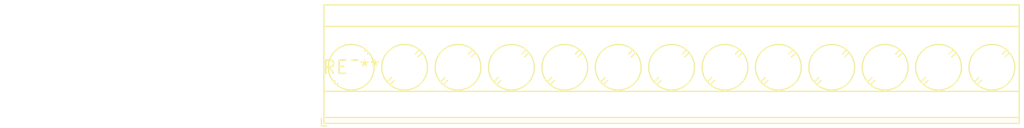
<source format=kicad_pcb>
(kicad_pcb (version 20240108) (generator pcbnew)
  (layers (0 "F.Cu" signal) (31 "B.Cu" signal) (34 "B.Paste" user) (35 "F.Paste" user) (36 "B.SilkS" user "B.Silkscreen") (37 "F.SilkS" user "F.Silkscreen") (38 "B.Mask" user) (39 "F.Mask" user) (44 "Edge.Cuts" user))
  (net 0 "")
  (footprint "TerminalBlock_Phoenix_MKDS-3-13-5.08_1x13_P5.08mm_Horizontal" (layer "F.Cu") (at 0 0)
    (property "Reference" "REF**")
    (property "Value" "TerminalBlock_Phoenix_MKDS-3-13-5.08_1x13_P5.08mm_Horizontal")
    (fp_line (start -2.84 4.86) (end -2.84 5.6) (layer "F.SilkS") (stroke (width 0.12)))
    (fp_line (start -2.84 5.6) (end -2.34 5.6) (layer "F.SilkS") (stroke (width 0.12)))
    (fp_line (start -2.6 -5.96) (end -2.6 5.36) (layer "F.SilkS") (stroke (width 0.12)))
    (fp_line (start -2.6 -5.96) (end 63.561 -5.96) (layer "F.SilkS") (stroke (width 0.12)))
    (fp_line (start -2.6 -3.9) (end 63.561 -3.9) (layer "F.SilkS") (stroke (width 0.12)))
    (fp_line (start -2.6 2.3) (end 63.561 2.3) (layer "F.SilkS") (stroke (width 0.12)))
    (fp_line (start -2.6 4.8) (end 63.561 4.8) (layer "F.SilkS") (stroke (width 0.12)))
    (fp_line (start -2.6 5.36) (end 63.561 5.36) (layer "F.SilkS") (stroke (width 0.12)))
    (fp_line (start -1.548 1.281) (end -1.654 1.388) (layer "F.SilkS") (stroke (width 0.12)))
    (fp_line (start -1.282 1.547) (end -1.388 1.654) (layer "F.SilkS") (stroke (width 0.12)))
    (fp_line (start 1.388 -1.654) (end 1.281 -1.547) (layer "F.SilkS") (stroke (width 0.12)))
    (fp_line (start 1.654 -1.388) (end 1.547 -1.281) (layer "F.SilkS") (stroke (width 0.12)))
    (fp_line (start 3.822 0.992) (end 3.427 1.388) (layer "F.SilkS") (stroke (width 0.12)))
    (fp_line (start 4.073 1.274) (end 3.693 1.654) (layer "F.SilkS") (stroke (width 0.12)))
    (fp_line (start 6.468 -1.654) (end 6.088 -1.274) (layer "F.SilkS") (stroke (width 0.12)))
    (fp_line (start 6.734 -1.388) (end 6.339 -0.992) (layer "F.SilkS") (stroke (width 0.12)))
    (fp_line (start 8.902 0.992) (end 8.507 1.388) (layer "F.SilkS") (stroke (width 0.12)))
    (fp_line (start 9.153 1.274) (end 8.773 1.654) (layer "F.SilkS") (stroke (width 0.12)))
    (fp_line (start 11.548 -1.654) (end 11.168 -1.274) (layer "F.SilkS") (stroke (width 0.12)))
    (fp_line (start 11.814 -1.388) (end 11.419 -0.992) (layer "F.SilkS") (stroke (width 0.12)))
    (fp_line (start 13.982 0.992) (end 13.587 1.388) (layer "F.SilkS") (stroke (width 0.12)))
    (fp_line (start 14.233 1.274) (end 13.853 1.654) (layer "F.SilkS") (stroke (width 0.12)))
    (fp_line (start 16.628 -1.654) (end 16.248 -1.274) (layer "F.SilkS") (stroke (width 0.12)))
    (fp_line (start 16.894 -1.388) (end 16.499 -0.992) (layer "F.SilkS") (stroke (width 0.12)))
    (fp_line (start 19.062 0.992) (end 18.667 1.388) (layer "F.SilkS") (stroke (width 0.12)))
    (fp_line (start 19.313 1.274) (end 18.933 1.654) (layer "F.SilkS") (stroke (width 0.12)))
    (fp_line (start 21.708 -1.654) (end 21.328 -1.274) (layer "F.SilkS") (stroke (width 0.12)))
    (fp_line (start 21.974 -1.388) (end 21.579 -0.992) (layer "F.SilkS") (stroke (width 0.12)))
    (fp_line (start 24.142 0.992) (end 23.747 1.388) (layer "F.SilkS") (stroke (width 0.12)))
    (fp_line (start 24.393 1.274) (end 24.013 1.654) (layer "F.SilkS") (stroke (width 0.12)))
    (fp_line (start 26.788 -1.654) (end 26.408 -1.274) (layer "F.SilkS") (stroke (width 0.12)))
    (fp_line (start 27.054 -1.388) (end 26.659 -0.992) (layer "F.SilkS") (stroke (width 0.12)))
    (fp_line (start 29.222 0.992) (end 28.827 1.388) (layer "F.SilkS") (stroke (width 0.12)))
    (fp_line (start 29.473 1.274) (end 29.093 1.654) (layer "F.SilkS") (stroke (width 0.12)))
    (fp_line (start 31.868 -1.654) (end 31.488 -1.274) (layer "F.SilkS") (stroke (width 0.12)))
    (fp_line (start 32.134 -1.388) (end 31.739 -0.992) (layer "F.SilkS") (stroke (width 0.12)))
    (fp_line (start 34.302 0.992) (end 33.907 1.388) (layer "F.SilkS") (stroke (width 0.12)))
    (fp_line (start 34.553 1.274) (end 34.173 1.654) (layer "F.SilkS") (stroke (width 0.12)))
    (fp_line (start 36.948 -1.654) (end 36.568 -1.274) (layer "F.SilkS") (stroke (width 0.12)))
    (fp_line (start 37.214 -1.388) (end 36.819 -0.992) (layer "F.SilkS") (stroke (width 0.12)))
    (fp_line (start 39.382 0.992) (end 38.987 1.388) (layer "F.SilkS") (stroke (width 0.12)))
    (fp_line (start 39.633 1.274) (end 39.253 1.654) (layer "F.SilkS") (stroke (width 0.12)))
    (fp_line (start 42.028 -1.654) (end 41.648 -1.274) (layer "F.SilkS") (stroke (width 0.12)))
    (fp_line (start 42.294 -1.388) (end 41.899 -0.992) (layer "F.SilkS") (stroke (width 0.12)))
    (fp_line (start 44.462 0.992) (end 44.067 1.388) (layer "F.SilkS") (stroke (width 0.12)))
    (fp_line (start 44.713 1.274) (end 44.333 1.654) (layer "F.SilkS") (stroke (width 0.12)))
    (fp_line (start 47.108 -1.654) (end 46.728 -1.274) (layer "F.SilkS") (stroke (width 0.12)))
    (fp_line (start 47.374 -1.388) (end 46.979 -0.992) (layer "F.SilkS") (stroke (width 0.12)))
    (fp_line (start 49.542 0.992) (end 49.147 1.388) (layer "F.SilkS") (stroke (width 0.12)))
    (fp_line (start 49.793 1.274) (end 49.413 1.654) (layer "F.SilkS") (stroke (width 0.12)))
    (fp_line (start 52.188 -1.654) (end 51.808 -1.274) (layer "F.SilkS") (stroke (width 0.12)))
    (fp_line (start 52.454 -1.388) (end 52.059 -0.992) (layer "F.SilkS") (stroke (width 0.12)))
    (fp_line (start 54.622 0.992) (end 54.227 1.388) (layer "F.SilkS") (stroke (width 0.12)))
    (fp_line (start 54.873 1.274) (end 54.493 1.654) (layer "F.SilkS") (stroke (width 0.12)))
    (fp_line (start 57.268 -1.654) (end 56.888 -1.274) (layer "F.SilkS") (stroke (width 0.12)))
    (fp_line (start 57.534 -1.388) (end 57.139 -0.992) (layer "F.SilkS") (stroke (width 0.12)))
    (fp_line (start 59.702 0.992) (end 59.307 1.388) (layer "F.SilkS") (stroke (width 0.12)))
    (fp_line (start 59.953 1.274) (end 59.573 1.654) (layer "F.SilkS") (stroke (width 0.12)))
    (fp_line (start 62.348 -1.654) (end 61.968 -1.274) (layer "F.SilkS") (stroke (width 0.12)))
    (fp_line (start 62.614 -1.388) (end 62.219 -0.992) (layer "F.SilkS") (stroke (width 0.12)))
    (fp_line (start 63.561 -5.96) (end 63.561 5.36) (layer "F.SilkS") (stroke (width 0.12)))
    (fp_circle (center 0 0) (end 2.18 0) (layer "F.SilkS") (stroke (width 0.12)) (fill none))
    (fp_circle (center 5.08 0) (end 7.26 0) (layer "F.SilkS") (stroke (width 0.12)) (fill none))
    (fp_circle (center 10.16 0) (end 12.34 0) (layer "F.SilkS") (stroke (width 0.12)) (fill none))
    (fp_circle (center 15.24 0) (end 17.42 0) (layer "F.SilkS") (stroke (width 0.12)) (fill none))
    (fp_circle (center 20.32 0) (end 22.5 0) (layer "F.SilkS") (stroke (width 0.12)) (fill none))
    (fp_circle (center 25.4 0) (end 27.58 0) (layer "F.SilkS") (stroke (width 0.12)) (fill none))
    (fp_circle (center 30.48 0) (end 32.66 0) (layer "F.SilkS") (stroke (width 0.12)) (fill none))
    (fp_circle (center 35.56 0) (end 37.74 0) (layer "F.SilkS") (stroke (width 0.12)) (fill none))
    (fp_circle (center 40.64 0) (end 42.82 0) (layer "F.SilkS") (stroke (width 0.12)) (fill none))
    (fp_circle (center 45.72 0) (end 47.9 0) (layer "F.SilkS") (stroke (width 0.12)) (fill none))
    (fp_circle (center 50.8 0) (end 52.98 0) (layer "F.SilkS") (stroke (width 0.12)) (fill none))
    (fp_circle (center 55.88 0) (end 58.06 0) (layer "F.SilkS") (stroke (width 0.12)) (fill none))
    (fp_circle (center 60.96 0) (end 63.14 0) (layer "F.SilkS") (stroke (width 0.12)) (fill none))
    (pad "1" thru_hole rect (at 0 0) (size 2.6 2.6) (drill 1.3) (layers *.Cu *.Mask) (remove_unused_layers))
    (pad "2" thru_hole circle (at 5.08 0) (size 2.6 2.6) (drill 1.3) (layers *.Cu *.Mask) (remove_unused_layers))
    (pad "3" thru_hole circle (at 10.16 0) (size 2.6 2.6) (drill 1.3) (layers *.Cu *.Mask) (remove_unused_layers))
    (pad "4" thru_hole circle (at 15.24 0) (size 2.6 2.6) (drill 1.3) (layers *.Cu *.Mask) (remove_unused_layers))
    (pad "5" thru_hole circle (at 20.32 0) (size 2.6 2.6) (drill 1.3) (layers *.Cu *.Mask) (remove_unused_layers))
    (pad "6" thru_hole circle (at 25.4 0) (size 2.6 2.6) (drill 1.3) (layers *.Cu *.Mask) (remove_unused_layers))
    (pad "7" thru_hole circle (at 30.48 0) (size 2.6 2.6) (drill 1.3) (layers *.Cu *.Mask) (remove_unused_layers))
    (pad "8" thru_hole circle (at 35.56 0) (size 2.6 2.6) (drill 1.3) (layers *.Cu *.Mask) (remove_unused_layers))
    (pad "9" thru_hole circle (at 40.64 0) (size 2.6 2.6) (drill 1.3) (layers *.Cu *.Mask) (remove_unused_layers))
    (pad "10" thru_hole circle (at 45.72 0) (size 2.6 2.6) (drill 1.3) (layers *.Cu *.Mask) (remove_unused_layers))
    (pad "11" thru_hole circle (at 50.8 0) (size 2.6 2.6) (drill 1.3) (layers *.Cu *.Mask) (remove_unused_layers))
    (pad "12" thru_hole circle (at 55.88 0) (size 2.6 2.6) (drill 1.3) (layers *.Cu *.Mask) (remove_unused_layers))
    (pad "13" thru_hole circle (at 60.96 0) (size 2.6 2.6) (drill 1.3) (layers *.Cu *.Mask) (remove_unused_layers))
  )
)
</source>
